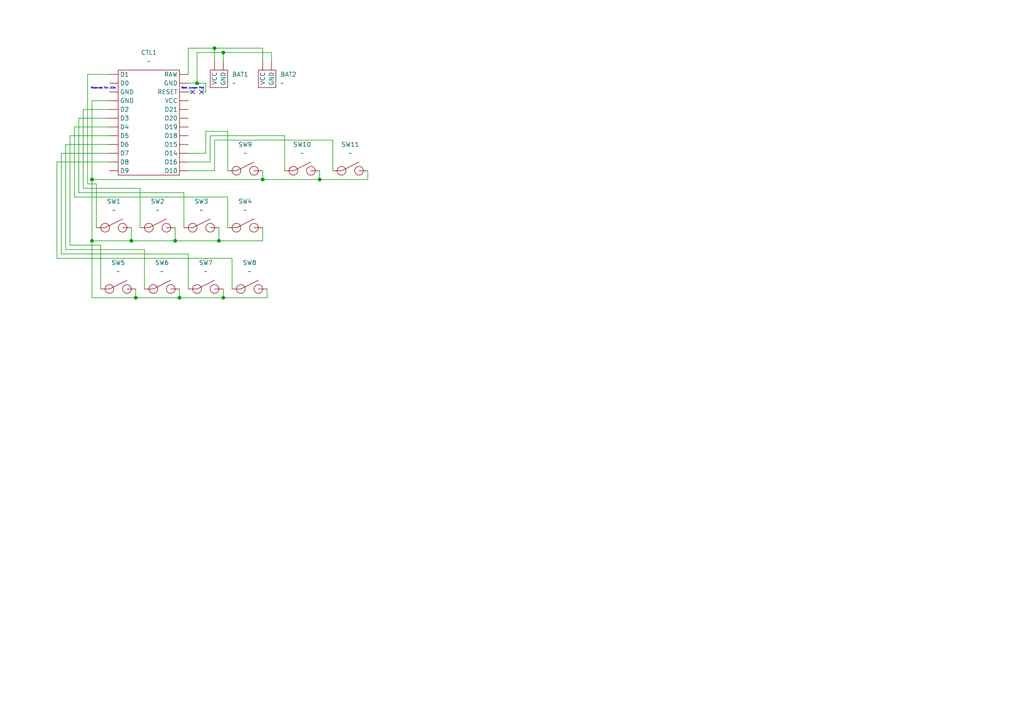
<source format=kicad_sch>
(kicad_sch (version 20250114) (generator "eeschema") (generator_version "9.0")
  (paper "A4")
  (lib_symbols
    (symbol "Battery_1"
      (property "Reference" "BAT" (at 0 0 0))
      (symbol "Battery_1_0_1"
        (rectangle (start -2.54 6.35) (end 2.54 1.27))
      )
      (symbol "Battery_1_1_1"
        (pin power_out line (at -1.27 8.89 270) (length 2.54) (name "VCC") (number ""))
        (pin power_in line (at 1.27 8.89 270) (length 2.54) (name "GND") (number ""))
      )
    )
    (symbol "KeySwitch_1"
      (property "Reference" "SW" (at 0 0 0))
      (symbol "KeySwitch_1_0_1"
        (circle (center -2.54 2.54) (radius 1.27))
        (polyline (pts (xy -2.54 2.54) (xy 2.54 5.08)))
        (circle (center 2.54 2.54) (radius 1.27))
      )
      (symbol "KeySwitch_1_1_1"
        (pin input line (at -5.08 2.54 0) (length 2.54) (name "") (number ""))
        (pin output line (at 5.08 2.54 180) (length 2.54) (name "") (number ""))
      )
    )
    (symbol "KeySwitch_10"
      (property "Reference" "SW" (at 0 0 0))
      (symbol "KeySwitch_10_0_1"
        (circle (center -2.54 2.54) (radius 1.27))
        (polyline (pts (xy -2.54 2.54) (xy 2.54 5.08)))
        (circle (center 2.54 2.54) (radius 1.27))
      )
      (symbol "KeySwitch_10_1_1"
        (pin input line (at -5.08 2.54 0) (length 2.54) (name "") (number ""))
        (pin output line (at 5.08 2.54 180) (length 2.54) (name "") (number ""))
      )
    )
    (symbol "KeySwitch_2"
      (property "Reference" "SW" (at 0 0 0))
      (symbol "KeySwitch_2_0_1"
        (circle (center -2.54 2.54) (radius 1.27))
        (polyline (pts (xy -2.54 2.54) (xy 2.54 5.08)))
        (circle (center 2.54 2.54) (radius 1.27))
      )
      (symbol "KeySwitch_2_1_1"
        (pin input line (at -5.08 2.54 0) (length 2.54) (name "") (number ""))
        (pin output line (at 5.08 2.54 180) (length 2.54) (name "") (number ""))
      )
    )
    (symbol "KeySwitch_3"
      (property "Reference" "SW" (at 0 0 0))
      (symbol "KeySwitch_3_0_1"
        (circle (center -2.54 2.54) (radius 1.27))
        (polyline (pts (xy -2.54 2.54) (xy 2.54 5.08)))
        (circle (center 2.54 2.54) (radius 1.27))
      )
      (symbol "KeySwitch_3_1_1"
        (pin input line (at -5.08 2.54 0) (length 2.54) (name "") (number ""))
        (pin output line (at 5.08 2.54 180) (length 2.54) (name "") (number ""))
      )
    )
    (symbol "KeySwitch_4"
      (property "Reference" "SW" (at 0 0 0))
      (symbol "KeySwitch_4_0_1"
        (circle (center -2.54 2.54) (radius 1.27))
        (polyline (pts (xy -2.54 2.54) (xy 2.54 5.08)))
        (circle (center 2.54 2.54) (radius 1.27))
      )
      (symbol "KeySwitch_4_1_1"
        (pin input line (at -5.08 2.54 0) (length 2.54) (name "") (number ""))
        (pin output line (at 5.08 2.54 180) (length 2.54) (name "") (number ""))
      )
    )
    (symbol "KeySwitch_5"
      (property "Reference" "SW" (at 0 0 0))
      (symbol "KeySwitch_5_0_1"
        (circle (center -2.54 2.54) (radius 1.27))
        (polyline (pts (xy -2.54 2.54) (xy 2.54 5.08)))
        (circle (center 2.54 2.54) (radius 1.27))
      )
      (symbol "KeySwitch_5_1_1"
        (pin input line (at -5.08 2.54 0) (length 2.54) (name "") (number ""))
        (pin output line (at 5.08 2.54 180) (length 2.54) (name "") (number ""))
      )
    )
    (symbol "KeySwitch_6"
      (property "Reference" "SW" (at 0 0 0))
      (symbol "KeySwitch_6_0_1"
        (circle (center -2.54 2.54) (radius 1.27))
        (polyline (pts (xy -2.54 2.54) (xy 2.54 5.08)))
        (circle (center 2.54 2.54) (radius 1.27))
      )
      (symbol "KeySwitch_6_1_1"
        (pin input line (at -5.08 2.54 0) (length 2.54) (name "") (number ""))
        (pin output line (at 5.08 2.54 180) (length 2.54) (name "") (number ""))
      )
    )
    (symbol "KeySwitch_7"
      (property "Reference" "SW" (at 0 0 0))
      (symbol "KeySwitch_7_0_1"
        (circle (center -2.54 2.54) (radius 1.27))
        (polyline (pts (xy -2.54 2.54) (xy 2.54 5.08)))
        (circle (center 2.54 2.54) (radius 1.27))
      )
      (symbol "KeySwitch_7_1_1"
        (pin input line (at -5.08 2.54 0) (length 2.54) (name "") (number ""))
        (pin output line (at 5.08 2.54 180) (length 2.54) (name "") (number ""))
      )
    )
    (symbol "KeySwitch_8"
      (property "Reference" "SW" (at 0 0 0))
      (symbol "KeySwitch_8_0_1"
        (circle (center -2.54 2.54) (radius 1.27))
        (polyline (pts (xy -2.54 2.54) (xy 2.54 5.08)))
        (circle (center 2.54 2.54) (radius 1.27))
      )
      (symbol "KeySwitch_8_1_1"
        (pin input line (at -5.08 2.54 0) (length 2.54) (name "") (number ""))
        (pin output line (at 5.08 2.54 180) (length 2.54) (name "") (number ""))
      )
    )
    (symbol "KeySwitch_9"
      (property "Reference" "SW" (at 0 0 0))
      (symbol "KeySwitch_9_0_1"
        (circle (center -2.54 2.54) (radius 1.27))
        (polyline (pts (xy -2.54 2.54) (xy 2.54 5.08)))
        (circle (center 2.54 2.54) (radius 1.27))
      )
      (symbol "KeySwitch_9_1_1"
        (pin input line (at -5.08 2.54 0) (length 2.54) (name "") (number ""))
        (pin output line (at 5.08 2.54 180) (length 2.54) (name "") (number ""))
      )
    )
    (symbol "darling:Battery"
      (property "Reference" "BAT" (at 0 0 0))
      (symbol "Battery_0_1"
        (rectangle (start -2.54 6.35) (end 2.54 1.27))
      )
      (symbol "Battery_1_1"
        (pin power_out line (at -1.27 8.89 270) (length 2.54) (name "VCC") (number ""))
        (pin power_in line (at 1.27 8.89 270) (length 2.54) (name "GND") (number ""))
      )
    )
    (symbol "darling:KeySwitch"
      (property "Reference" "SW" (at 0 0 0))
      (symbol "KeySwitch_0_1"
        (circle (center -2.54 2.54) (radius 1.27))
        (polyline (pts (xy -2.54 2.54) (xy 2.54 5.08)))
        (circle (center 2.54 2.54) (radius 1.27))
      )
      (symbol "KeySwitch_1_1"
        (pin input line (at -5.08 2.54 0) (length 2.54) (name "") (number ""))
        (pin output line (at 5.08 2.54 180) (length 2.54) (name "") (number ""))
      )
    )
    (symbol "darling:Nice!Nano"
      (property "Reference" "CTL" (at 0 0 0))
      (symbol "Nice!Nano_0_1"
        (rectangle (start -8.89 33.02) (end 8.89 2.54))
      )
      (symbol "Nice!Nano_1_1"
        (pin bidirectional line (at -11.43 31.75 0) (length 2.54) (name "D1") (number ""))
        (pin bidirectional line (at -11.43 29.21 0) (length 2.54) (name "D0") (number ""))
        (pin power_in line (at -11.43 26.67 0) (length 2.54) (name "GND") (number ""))
        (pin power_in line (at -11.43 24.13 0) (length 2.54) (name "GND") (number ""))
        (pin bidirectional line (at -11.43 21.59 0) (length 2.54) (name "D2") (number ""))
        (pin bidirectional line (at -11.43 19.05 0) (length 2.54) (name "D3") (number ""))
        (pin bidirectional line (at -11.43 16.51 0) (length 2.54) (name "D4") (number ""))
        (pin bidirectional line (at -11.43 13.97 0) (length 2.54) (name "D5") (number ""))
        (pin bidirectional line (at -11.43 11.43 0) (length 2.54) (name "D6") (number ""))
        (pin bidirectional line (at -11.43 8.89 0) (length 2.54) (name "D7") (number ""))
        (pin bidirectional line (at -11.43 6.35 0) (length 2.54) (name "D8") (number ""))
        (pin bidirectional line (at -11.43 3.81 0) (length 2.54) (name "D9") (number ""))
        (pin power_out line (at 11.43 31.75 180) (length 2.54) (name "RAW") (number ""))
        (pin power_in line (at 11.43 29.21 180) (length 2.54) (name "GND") (number ""))
        (pin input line (at 11.43 26.67 180) (length 2.54) (name "RESET") (number ""))
        (pin power_out line (at 11.43 24.13 180) (length 2.54) (name "VCC") (number ""))
        (pin bidirectional line (at 11.43 21.59 180) (length 2.54) (name "D21") (number ""))
        (pin bidirectional line (at 11.43 19.05 180) (length 2.54) (name "D20") (number ""))
        (pin bidirectional line (at 11.43 16.51 180) (length 2.54) (name "D19") (number ""))
        (pin bidirectional line (at 11.43 13.97 180) (length 2.54) (name "D18") (number ""))
        (pin bidirectional line (at 11.43 11.43 180) (length 2.54) (name "D15") (number ""))
        (pin bidirectional line (at 11.43 8.89 180) (length 2.54) (name "D14") (number ""))
        (pin bidirectional line (at 11.43 6.35 180) (length 2.54) (name "D16") (number ""))
        (pin bidirectional line (at 11.43 3.81 180) (length 2.54) (name "D10") (number ""))
      )
    )
  )
  (text "Rest Jumper Pad" (at 55.88 25.654 0) (effects (font (size 0.508 0.508))))
  (text "Reserved For LEDs" (at 29.972 25.654 0) (effects (font (size 0.508 0.508))))
  (junction (at 39.37 86.36))
  (junction (at 57.15 24.13))
  (junction (at 63.5 69.85))
  (junction (at 76.2 52.07))
  (junction (at 52.07 86.36))
  (junction (at 64.77 15.24))
  (junction (at 92.71 52.07))
  (junction (at 26.67 69.85))
  (junction (at 62.23 13.97))
  (junction (at 50.8 69.85))
  (junction (at 26.67 52.07))
  (junction (at 64.77 86.36))
  (junction (at 38.1 69.85))
  (no_connect (at 55.88 26.67))
  (no_connect (at 58.42 26.67))
  (wire (pts (xy 24.13 31.75) (xy 24.13 54.61)))
  (wire (pts (xy 17.78 73.66) (xy 54.61 73.66)))
  (wire (pts (xy 96.52 40.64) (xy 62.23 40.64)))
  (wire (pts (xy 54.61 13.97) (xy 62.23 13.97)))
  (wire (pts (xy 54.61 13.97) (xy 54.61 21.59)))
  (wire (pts (xy 39.37 86.36) (xy 52.07 86.36)))
  (wire (pts (xy 58.42 26.67) (xy 59.69 26.67)))
  (wire (pts (xy 31.75 44.45) (xy 17.78 44.45)))
  (wire (pts (xy 22.86 34.29) (xy 22.86 55.88)))
  (wire (pts (xy 31.75 46.99) (xy 16.51 46.99)))
  (wire (pts (xy 53.34 66.04) (xy 53.34 55.88)))
  (wire (pts (xy 59.69 24.13) (xy 59.69 26.67)))
  (wire (pts (xy 50.8 69.85) (xy 63.5 69.85)))
  (wire (pts (xy 26.67 29.21) (xy 31.75 29.21)))
  (wire (pts (xy 38.1 66.04) (xy 38.1 69.85)))
  (wire (pts (xy 77.47 83.82) (xy 77.47 86.36)))
  (wire (pts (xy 76.2 49.53) (xy 76.2 52.07)))
  (wire (pts (xy 66.04 66.04) (xy 66.04 57.15)))
  (wire (pts (xy 76.2 66.04) (xy 76.2 69.85)))
  (wire (pts (xy 52.07 83.82) (xy 52.07 86.36)))
  (wire (pts (xy 63.5 66.04) (xy 63.5 69.85)))
  (wire (pts (xy 29.21 83.82) (xy 29.21 71.12)))
  (wire (pts (xy 82.55 49.53) (xy 82.55 39.37)))
  (wire (pts (xy 62.23 49.53) (xy 54.61 49.53)))
  (wire (pts (xy 41.91 83.82) (xy 41.91 72.39)))
  (wire (pts (xy 60.96 46.99) (xy 54.61 46.99)))
  (wire (pts (xy 64.77 86.36) (xy 77.47 86.36)))
  (wire (pts (xy 106.68 52.07) (xy 106.68 49.53)))
  (wire (pts (xy 60.96 39.37) (xy 60.96 46.99)))
  (wire (pts (xy 26.67 69.85) (xy 26.67 86.36)))
  (wire (pts (xy 19.05 41.91) (xy 19.05 72.39)))
  (wire (pts (xy 66.04 38.1) (xy 59.69 38.1)))
  (wire (pts (xy 25.4 53.34) (xy 25.4 21.59)))
  (wire (pts (xy 26.67 29.21) (xy 26.67 52.07)))
  (wire (pts (xy 62.23 13.97) (xy 62.23 17.78)))
  (wire (pts (xy 26.67 52.07) (xy 26.67 69.85)))
  (wire (pts (xy 21.59 57.15) (xy 21.59 36.83)))
  (wire (pts (xy 57.15 24.13) (xy 59.69 24.13)))
  (wire (pts (xy 21.59 57.15) (xy 66.04 57.15)))
  (wire (pts (xy 50.8 66.04) (xy 50.8 69.85)))
  (wire (pts (xy 62.23 40.64) (xy 62.23 49.53)))
  (wire (pts (xy 64.77 15.24) (xy 57.15 15.24)))
  (wire (pts (xy 57.15 24.13) (xy 54.61 24.13)))
  (wire (pts (xy 54.61 73.66) (xy 54.61 83.82)))
  (wire (pts (xy 76.2 52.07) (xy 92.71 52.07)))
  (wire (pts (xy 21.59 36.83) (xy 31.75 36.83)))
  (wire (pts (xy 25.4 21.59) (xy 31.75 21.59)))
  (wire (pts (xy 92.71 49.53) (xy 92.71 52.07)))
  (wire (pts (xy 39.37 83.82) (xy 39.37 86.36)))
  (wire (pts (xy 20.32 39.37) (xy 31.75 39.37)))
  (wire (pts (xy 26.67 52.07) (xy 76.2 52.07)))
  (wire (pts (xy 52.07 86.36) (xy 64.77 86.36)))
  (wire (pts (xy 76.2 13.97) (xy 76.2 17.78)))
  (wire (pts (xy 20.32 71.12) (xy 29.21 71.12)))
  (wire (pts (xy 26.67 86.36) (xy 39.37 86.36)))
  (wire (pts (xy 54.61 26.67) (xy 55.88 26.67)))
  (wire (pts (xy 78.74 17.78) (xy 78.74 15.24)))
  (wire (pts (xy 59.69 38.1) (xy 59.69 44.45)))
  (wire (pts (xy 31.75 41.91) (xy 19.05 41.91)))
  (wire (pts (xy 64.77 83.82) (xy 64.77 86.36)))
  (wire (pts (xy 26.67 69.85) (xy 38.1 69.85)))
  (wire (pts (xy 27.94 66.04) (xy 27.94 53.34)))
  (wire (pts (xy 22.86 55.88) (xy 53.34 55.88)))
  (wire (pts (xy 16.51 74.93) (xy 67.31 74.93)))
  (wire (pts (xy 76.2 69.85) (xy 63.5 69.85)))
  (wire (pts (xy 31.75 31.75) (xy 24.13 31.75)))
  (wire (pts (xy 64.77 15.24) (xy 64.77 17.78)))
  (wire (pts (xy 67.31 74.93) (xy 67.31 83.82)))
  (wire (pts (xy 20.32 71.12) (xy 20.32 39.37)))
  (wire (pts (xy 66.04 49.53) (xy 66.04 38.1)))
  (wire (pts (xy 82.55 39.37) (xy 60.96 39.37)))
  (wire (pts (xy 19.05 72.39) (xy 41.91 72.39)))
  (wire (pts (xy 31.75 34.29) (xy 22.86 34.29)))
  (wire (pts (xy 25.4 53.34) (xy 27.94 53.34)))
  (wire (pts (xy 57.15 15.24) (xy 57.15 24.13)))
  (wire (pts (xy 62.23 13.97) (xy 76.2 13.97)))
  (wire (pts (xy 24.13 54.61) (xy 40.64 54.61)))
  (wire (pts (xy 78.74 15.24) (xy 64.77 15.24)))
  (wire (pts (xy 40.64 66.04) (xy 40.64 54.61)))
  (wire (pts (xy 59.69 44.45) (xy 54.61 44.45)))
  (wire (pts (xy 50.8 69.85) (xy 38.1 69.85)))
  (wire (pts (xy 96.52 49.53) (xy 96.52 40.64)))
  (wire (pts (xy 16.51 46.99) (xy 16.51 74.93)))
  (wire (pts (xy 17.78 44.45) (xy 17.78 73.66)))
  (wire (pts (xy 92.71 52.07) (xy 106.68 52.07)))
  (symbol (lib_name "Battery_1") (lib_id "darling:Battery") (at 77.47 26.67 0) (unit 1)
    (property "Reference" "BAT2" (at 81.28 21.5899 0) (effects (justify left)))
    (property "Value" "~" (at 81.28 24.1299 0) (effects (justify left)))
    (property "Footprint" "Library:5x34x50mmBattery" (effects (hide yes)))
  )
  (symbol (lib_id "darling:Battery") (at 63.5 26.67 0) (unit 1)
    (property "Reference" "BAT1" (at 67.31 21.5899 0) (effects (justify left)))
    (property "Value" "~" (at 67.31 24.1299 0) (effects (justify left)))
    (property "Footprint" "Library:5x34x50mmBattery" (effects (hide yes)))
  )
  (symbol (lib_name "KeySwitch_7") (lib_id "darling:KeySwitch") (at 34.29 86.36 0) (unit 1)
    (property "Reference" "SW5" (at 34.29 76.2 0))
    (property "Value" "~" (at 34.29 78.74 0))
    (property "Footprint" "Library:CherryMX" (effects (hide yes)))
  )
  (symbol (lib_id "darling:Nice!Nano") (at 43.18 53.34 0) (unit 1)
    (property "Reference" "CTL1" (at 43.18 15.24 0))
    (property "Value" "~" (at 43.18 17.78 0))
    (property "Footprint" "Library:Nice!Nano" (effects (hide yes)))
  )
  (symbol (lib_name "KeySwitch_6") (lib_id "darling:KeySwitch") (at 46.99 86.36 0) (unit 1)
    (property "Reference" "SW6" (at 46.99 76.2 0))
    (property "Value" "~" (at 46.99 78.74 0))
    (property "Footprint" "Library:CherryMX" (effects (hide yes)))
  )
  (symbol (lib_name "KeySwitch_5") (lib_id "darling:KeySwitch") (at 45.72 68.58 0) (unit 1)
    (property "Reference" "SW2" (at 45.72 58.42 0))
    (property "Value" "~" (at 45.72 60.96 0))
    (property "Footprint" "Library:CherryMX" (effects (hide yes)))
  )
  (symbol (lib_id "darling:KeySwitch") (at 58.42 68.58 0) (unit 1)
    (property "Reference" "SW3" (at 58.42 58.42 0))
    (property "Value" "~" (at 58.42 60.96 0))
    (property "Footprint" "Library:CherryMX" (effects (hide yes)))
  )
  (symbol (lib_name "KeySwitch_9") (lib_id "darling:KeySwitch") (at 87.63 52.07 0) (unit 1)
    (property "Reference" "SW10" (at 87.63 41.91 0))
    (property "Value" "~" (at 87.63 44.45 0))
    (property "Footprint" "Library:CherryMX" (effects (hide yes)))
  )
  (symbol (lib_name "KeySwitch_2") (lib_id "darling:KeySwitch") (at 59.69 86.36 0) (unit 1)
    (property "Reference" "SW7" (at 59.69 76.2 0))
    (property "Value" "~" (at 59.69 78.74 0))
    (property "Footprint" "Library:CherryMX" (effects (hide yes)))
  )
  (symbol (lib_name "KeySwitch_3") (lib_id "darling:KeySwitch") (at 72.39 86.36 0) (unit 1)
    (property "Reference" "SW8" (at 72.39 76.2 0))
    (property "Value" "~" (at 72.39 78.74 0))
    (property "Footprint" "Library:CherryMX" (effects (hide yes)))
  )
  (symbol (lib_name "KeySwitch_10") (lib_id "darling:KeySwitch") (at 101.6 52.07 0) (unit 1)
    (property "Reference" "SW11" (at 101.6 41.91 0))
    (property "Value" "~" (at 101.6 44.45 0))
    (property "Footprint" "Library:CherryMX" (effects (hide yes)))
  )
  (symbol (lib_name "KeySwitch_8") (lib_id "darling:KeySwitch") (at 71.12 52.07 0) (unit 1)
    (property "Reference" "SW9" (at 71.12 41.91 0))
    (property "Value" "~" (at 71.12 44.45 0))
    (property "Footprint" "Library:CherryMX" (effects (hide yes)))
  )
  (symbol (lib_name "KeySwitch_4") (lib_id "darling:KeySwitch") (at 33.02 68.58 0) (unit 1)
    (property "Reference" "SW1" (at 33.02 58.42 0))
    (property "Value" "~" (at 33.02 60.96 0))
    (property "Footprint" "Library:CherryMX" (effects (hide yes)))
  )
  (symbol (lib_name "KeySwitch_1") (lib_id "darling:KeySwitch") (at 71.12 68.58 0) (unit 1)
    (property "Reference" "SW4" (at 71.12 58.42 0))
    (property "Value" "~" (at 71.12 60.96 0))
    (property "Footprint" "Library:CherryMX" (effects (hide yes)))
  )
)
</source>
